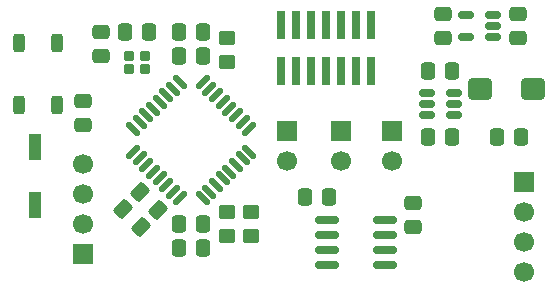
<source format=gbr>
%TF.GenerationSoftware,KiCad,Pcbnew,9.0.1*%
%TF.CreationDate,2025-09-03T00:36:22-07:00*%
%TF.ProjectId,stm32-test,73746d33-322d-4746-9573-742e6b696361,rev?*%
%TF.SameCoordinates,Original*%
%TF.FileFunction,Soldermask,Top*%
%TF.FilePolarity,Negative*%
%FSLAX46Y46*%
G04 Gerber Fmt 4.6, Leading zero omitted, Abs format (unit mm)*
G04 Created by KiCad (PCBNEW 9.0.1) date 2025-09-03 00:36:22*
%MOMM*%
%LPD*%
G01*
G04 APERTURE LIST*
G04 Aperture macros list*
%AMRoundRect*
0 Rectangle with rounded corners*
0 $1 Rounding radius*
0 $2 $3 $4 $5 $6 $7 $8 $9 X,Y pos of 4 corners*
0 Add a 4 corners polygon primitive as box body*
4,1,4,$2,$3,$4,$5,$6,$7,$8,$9,$2,$3,0*
0 Add four circle primitives for the rounded corners*
1,1,$1+$1,$2,$3*
1,1,$1+$1,$4,$5*
1,1,$1+$1,$6,$7*
1,1,$1+$1,$8,$9*
0 Add four rect primitives between the rounded corners*
20,1,$1+$1,$2,$3,$4,$5,0*
20,1,$1+$1,$4,$5,$6,$7,0*
20,1,$1+$1,$6,$7,$8,$9,0*
20,1,$1+$1,$8,$9,$2,$3,0*%
G04 Aperture macros list end*
%ADD10R,1.700000X1.700000*%
%ADD11C,1.700000*%
%ADD12R,0.990600X2.184400*%
%ADD13RoundRect,0.150000X-0.825000X-0.150000X0.825000X-0.150000X0.825000X0.150000X-0.825000X0.150000X0*%
%ADD14RoundRect,0.250000X-0.337500X-0.475000X0.337500X-0.475000X0.337500X0.475000X-0.337500X0.475000X0*%
%ADD15RoundRect,0.250000X0.337500X0.475000X-0.337500X0.475000X-0.337500X-0.475000X0.337500X-0.475000X0*%
%ADD16RoundRect,0.250000X0.574524X0.097227X0.097227X0.574524X-0.574524X-0.097227X-0.097227X-0.574524X0*%
%ADD17RoundRect,0.250000X0.475000X-0.337500X0.475000X0.337500X-0.475000X0.337500X-0.475000X-0.337500X0*%
%ADD18RoundRect,0.250000X-0.475000X0.337500X-0.475000X-0.337500X0.475000X-0.337500X0.475000X0.337500X0*%
%ADD19R,0.740000X2.400000*%
%ADD20RoundRect,0.250000X-0.750000X-0.650000X0.750000X-0.650000X0.750000X0.650000X-0.750000X0.650000X0*%
%ADD21RoundRect,0.250000X0.450000X-0.350000X0.450000X0.350000X-0.450000X0.350000X-0.450000X-0.350000X0*%
%ADD22RoundRect,0.250000X0.250000X-0.525000X0.250000X0.525000X-0.250000X0.525000X-0.250000X-0.525000X0*%
%ADD23RoundRect,0.125000X-0.530330X-0.353553X-0.353553X-0.530330X0.530330X0.353553X0.353553X0.530330X0*%
%ADD24RoundRect,0.125000X-0.530330X0.353553X0.353553X-0.530330X0.530330X-0.353553X-0.353553X0.530330X0*%
%ADD25RoundRect,0.150000X-0.512500X-0.150000X0.512500X-0.150000X0.512500X0.150000X-0.512500X0.150000X0*%
%ADD26RoundRect,0.150000X0.512500X0.150000X-0.512500X0.150000X-0.512500X-0.150000X0.512500X-0.150000X0*%
%ADD27RoundRect,0.200000X-0.250000X-0.200000X0.250000X-0.200000X0.250000X0.200000X-0.250000X0.200000X0*%
G04 APERTURE END LIST*
D10*
%TO.C,J1*%
X168910000Y-96774000D03*
D11*
X168910000Y-99314000D03*
X168910000Y-101854000D03*
X168910000Y-104394000D03*
%TD*%
D12*
%TO.C,SW1*%
X127508000Y-98704400D03*
X127508000Y-93827600D03*
%TD*%
D13*
%TO.C,U5*%
X157161000Y-99949000D03*
X157161000Y-101219000D03*
X157161000Y-102489000D03*
X157161000Y-103759000D03*
X152211000Y-103759000D03*
X152211000Y-102489000D03*
X152211000Y-101219000D03*
X152211000Y-99949000D03*
%TD*%
D10*
%TO.C,J4*%
X153416000Y-92456000D03*
D11*
X153416000Y-94996000D03*
%TD*%
D14*
%TO.C,C1*%
X141753500Y-86106000D03*
X139678500Y-86106000D03*
%TD*%
%TO.C,C2*%
X141753500Y-84074000D03*
X139678500Y-84074000D03*
%TD*%
D15*
%TO.C,C3*%
X139678500Y-100330000D03*
X141753500Y-100330000D03*
%TD*%
%TO.C,C4*%
X139678500Y-102362000D03*
X141753500Y-102362000D03*
%TD*%
D16*
%TO.C,C5*%
X136411174Y-97636333D03*
X137878420Y-99103579D03*
%TD*%
%TO.C,C6*%
X134974333Y-99073174D03*
X136441579Y-100540420D03*
%TD*%
D17*
%TO.C,C7*%
X131572000Y-89894500D03*
X131572000Y-91969500D03*
%TD*%
D15*
%TO.C,C8*%
X135106500Y-84074000D03*
X137181500Y-84074000D03*
%TD*%
D17*
%TO.C,C9*%
X133096000Y-84052500D03*
X133096000Y-86127500D03*
%TD*%
D15*
%TO.C,C10*%
X160760500Y-92964000D03*
X162835500Y-92964000D03*
%TD*%
%TO.C,C11*%
X160760500Y-87376000D03*
X162835500Y-87376000D03*
%TD*%
D14*
%TO.C,C12*%
X168677500Y-92964000D03*
X166602500Y-92964000D03*
%TD*%
D18*
%TO.C,C13*%
X168402000Y-84603500D03*
X168402000Y-82528500D03*
%TD*%
%TO.C,C14*%
X162052000Y-84603500D03*
X162052000Y-82528500D03*
%TD*%
D15*
%TO.C,C15*%
X150346500Y-98044000D03*
X152421500Y-98044000D03*
%TD*%
D18*
%TO.C,C16*%
X159512000Y-100605500D03*
X159512000Y-98530500D03*
%TD*%
D11*
%TO.C,J2*%
X131572000Y-95250000D03*
X131572000Y-97790000D03*
X131572000Y-100330000D03*
D10*
X131572000Y-102870000D03*
%TD*%
D11*
%TO.C,J5*%
X148869000Y-95016000D03*
D10*
X148869000Y-92476000D03*
%TD*%
D11*
%TO.C,J6*%
X157734000Y-94996000D03*
D10*
X157734000Y-92456000D03*
%TD*%
D19*
%TO.C,J7*%
X148336000Y-87376000D03*
X148336000Y-83476000D03*
X149606000Y-87376000D03*
X149606000Y-83476000D03*
X150876000Y-87376000D03*
X150876000Y-83476000D03*
X152146000Y-87376000D03*
X152146000Y-83476000D03*
X153416000Y-87376000D03*
X153416000Y-83476000D03*
X154686000Y-87376000D03*
X154686000Y-83476000D03*
X155956000Y-87376000D03*
X155956000Y-83476000D03*
%TD*%
D20*
%TO.C,L1*%
X169636000Y-88900000D03*
X165136000Y-88900000D03*
%TD*%
D21*
%TO.C,R1*%
X143764000Y-84598000D03*
X143764000Y-86598000D03*
%TD*%
%TO.C,R2*%
X145796000Y-99314000D03*
X145796000Y-101314000D03*
%TD*%
%TO.C,R3*%
X143764000Y-99314000D03*
X143764000Y-101314000D03*
%TD*%
D22*
%TO.C,SW2*%
X129362000Y-85005000D03*
X129362000Y-90255000D03*
X126162000Y-85005000D03*
X126162000Y-90255000D03*
%TD*%
D23*
%TO.C,U1*%
X141688272Y-88285930D03*
X142253957Y-88851616D03*
X142819643Y-89417301D03*
X143385328Y-89982986D03*
X143951014Y-90548672D03*
X144516699Y-91114357D03*
X145082384Y-91680043D03*
X145648070Y-92245728D03*
D24*
X145648070Y-94190272D03*
X145082384Y-94755957D03*
X144516699Y-95321643D03*
X143951014Y-95887328D03*
X143385328Y-96453014D03*
X142819643Y-97018699D03*
X142253957Y-97584384D03*
X141688272Y-98150070D03*
D23*
X139743728Y-98150070D03*
X139178043Y-97584384D03*
X138612357Y-97018699D03*
X138046672Y-96453014D03*
X137480986Y-95887328D03*
X136915301Y-95321643D03*
X136349616Y-94755957D03*
X135783930Y-94190272D03*
D24*
X135783930Y-92245728D03*
X136349616Y-91680043D03*
X136915301Y-91114357D03*
X137480986Y-90548672D03*
X138046672Y-89982986D03*
X138612357Y-89417301D03*
X139178043Y-88851616D03*
X139743728Y-88285930D03*
%TD*%
D25*
%TO.C,U2*%
X162935500Y-89220000D03*
X162935500Y-90170000D03*
X162935500Y-91120000D03*
X160660500Y-91120000D03*
X160660500Y-90170000D03*
X160660500Y-89220000D03*
%TD*%
D26*
%TO.C,U3*%
X163962500Y-84516000D03*
X163962500Y-82616000D03*
X166237500Y-82616000D03*
X166237500Y-83566000D03*
X166237500Y-84516000D03*
%TD*%
D27*
%TO.C,Y2*%
X135444000Y-86064000D03*
X136844000Y-86064000D03*
X136844000Y-87164000D03*
X135444000Y-87164000D03*
%TD*%
M02*

</source>
